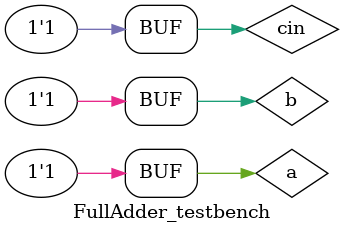
<source format=v>
`timescale 1ns / 1ps


module FullAdder_testbench;
reg a,b,cin;
wire sum,cout;
FullAdder_design uut(a,b,cin,sum,cout);
    initial begin
        a=1'b0; b=1'b0; cin=1'b0; #10;
        a=1'b0; b=1'b0; cin=1'b1; #10;
        a=1'b0; b=1'b1; cin=1'b0; #10;
        a=1'b0; b=1'b1; cin=1'b1; #10;
        a=1'b1; b=1'b0; cin=1'b0; #10;
        a=1'b1; b=1'b0; cin=1'b1; #10;
        a=1'b1; b=1'b1; cin=1'b0; #10;
        a=1'b1; b=1'b1; cin=1'b1; #10;
    end
endmodule

</source>
